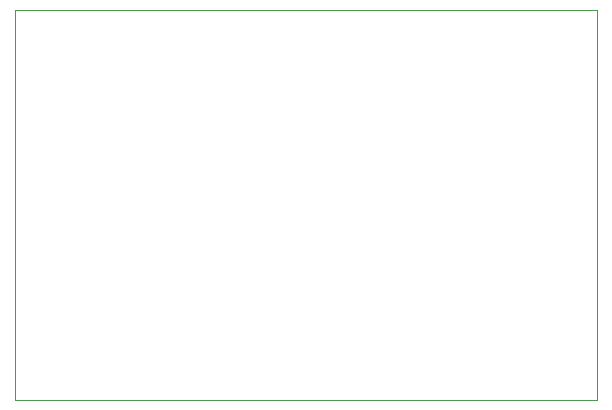
<source format=gbr>
%TF.GenerationSoftware,KiCad,Pcbnew,(6.0.0)*%
%TF.CreationDate,2022-03-17T17:23:03-06:00*%
%TF.ProjectId,FPAA_Starter_Board,46504141-5f53-4746-9172-7465725f426f,rev?*%
%TF.SameCoordinates,Original*%
%TF.FileFunction,Profile,NP*%
%FSLAX46Y46*%
G04 Gerber Fmt 4.6, Leading zero omitted, Abs format (unit mm)*
G04 Created by KiCad (PCBNEW (6.0.0)) date 2022-03-17 17:23:03*
%MOMM*%
%LPD*%
G01*
G04 APERTURE LIST*
%TA.AperFunction,Profile*%
%ADD10C,0.100000*%
%TD*%
G04 APERTURE END LIST*
D10*
X101500000Y-88750000D02*
X150750000Y-88750000D01*
X150750000Y-88750000D02*
X150750000Y-121750000D01*
X150750000Y-121750000D02*
X101500000Y-121750000D01*
X101500000Y-121750000D02*
X101500000Y-88750000D01*
M02*

</source>
